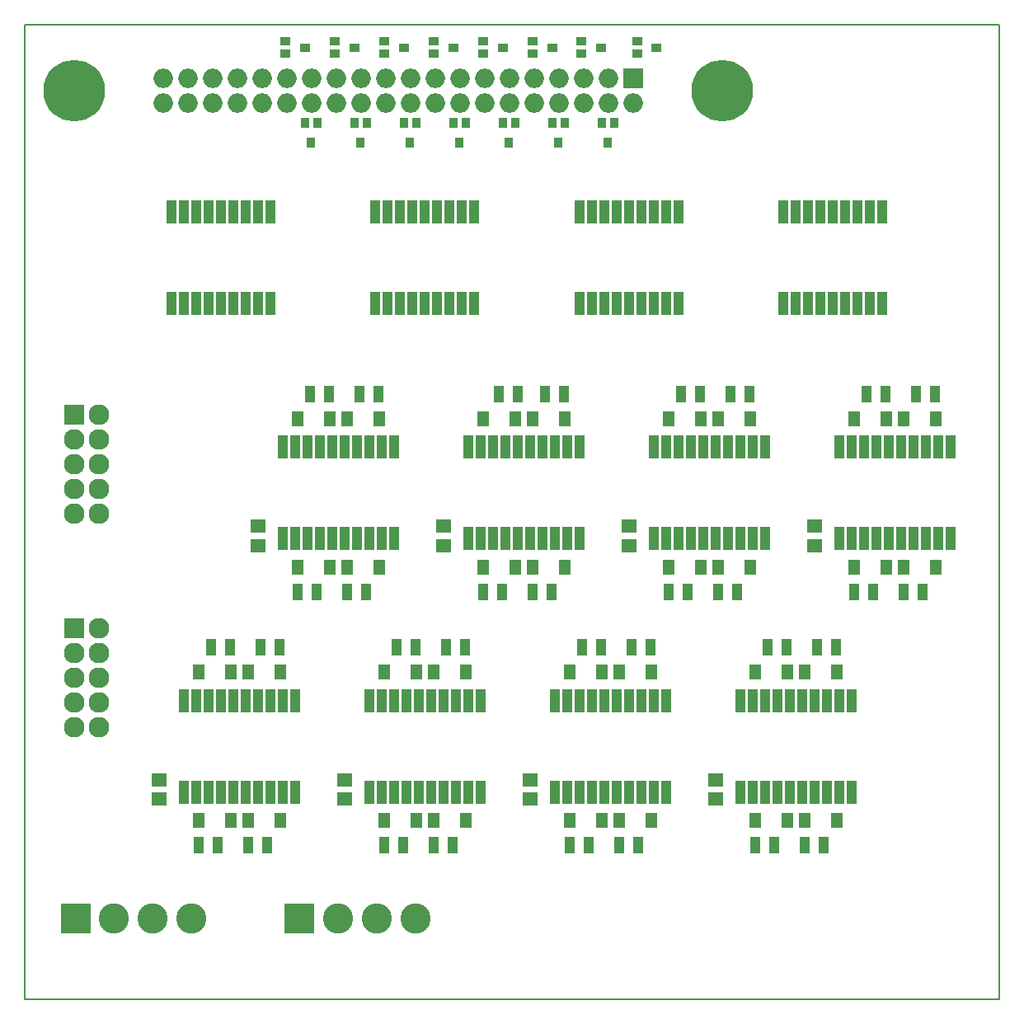
<source format=gbr>
%TF.GenerationSoftware,KiCad,Pcbnew,4.0.7*%
%TF.CreationDate,2018-06-26T23:45:36-04:00*%
%TF.ProjectId,column_driver,636F6C756D6E5F6472697665722E6B69,rev?*%
%TF.FileFunction,Soldermask,Top*%
%FSLAX46Y46*%
G04 Gerber Fmt 4.6, Leading zero omitted, Abs format (unit mm)*
G04 Created by KiCad (PCBNEW 4.0.7) date Tuesday, June 26, 2018 'PMt' 11:45:36 PM*
%MOMM*%
%LPD*%
G01*
G04 APERTURE LIST*
%ADD10C,0.100000*%
%ADD11C,0.150000*%
%ADD12R,1.650000X1.400000*%
%ADD13R,3.100000X3.100000*%
%ADD14C,3.100000*%
%ADD15R,2.127200X2.127200*%
%ADD16O,2.127200X2.127200*%
%ADD17R,1.000000X2.350000*%
%ADD18R,1.000000X2.400000*%
%ADD19R,1.300000X1.600000*%
%ADD20R,1.100000X0.850000*%
%ADD21R,0.850000X1.100000*%
%ADD22R,1.100000X1.700000*%
%ADD23R,2.000000X2.000000*%
%ADD24O,2.000000X2.000000*%
%ADD25C,6.324600*%
G04 APERTURE END LIST*
D10*
D11*
X25000000Y-25000000D02*
X25000000Y-125000000D01*
X25000000Y-125000000D02*
X125000000Y-125000000D01*
X125000000Y-25000000D02*
X125000000Y-125000000D01*
X25000000Y-25000000D02*
X125000000Y-25000000D01*
D12*
X48895000Y-76470000D03*
X48895000Y-78470000D03*
X95885000Y-102505000D03*
X95885000Y-104505000D03*
X76835000Y-102505000D03*
X76835000Y-104505000D03*
D13*
X30180000Y-116713000D03*
D14*
X34140000Y-116713000D03*
X38100000Y-116713000D03*
X42060000Y-116713000D03*
D13*
X53190000Y-116713000D03*
D14*
X57150000Y-116713000D03*
X61110000Y-116713000D03*
X65070000Y-116713000D03*
D15*
X30000000Y-65000000D03*
D16*
X32540000Y-65000000D03*
X30000000Y-67540000D03*
X32540000Y-67540000D03*
X30000000Y-70080000D03*
X32540000Y-70080000D03*
X30000000Y-72620000D03*
X32540000Y-72620000D03*
X30000000Y-75160000D03*
X32540000Y-75160000D03*
D15*
X30022800Y-86969600D03*
D16*
X32562800Y-86969600D03*
X30022800Y-89509600D03*
X32562800Y-89509600D03*
X30022800Y-92049600D03*
X32562800Y-92049600D03*
X30022800Y-94589600D03*
X32562800Y-94589600D03*
X30022800Y-97129600D03*
X32562800Y-97129600D03*
D17*
X41275000Y-103760000D03*
X42545000Y-103760000D03*
X43815000Y-103760000D03*
X45085000Y-103760000D03*
X46355000Y-103760000D03*
X47625000Y-103760000D03*
X48895000Y-103760000D03*
X50165000Y-103760000D03*
X51435000Y-103760000D03*
X52705000Y-103760000D03*
X52705000Y-94360000D03*
X51435000Y-94360000D03*
X50165000Y-94360000D03*
X48895000Y-94360000D03*
X47625000Y-94360000D03*
X46355000Y-94360000D03*
X45085000Y-94360000D03*
X43815000Y-94360000D03*
X42545000Y-94360000D03*
X41275000Y-94360000D03*
X51435000Y-77725000D03*
X52705000Y-77725000D03*
X53975000Y-77725000D03*
X55245000Y-77725000D03*
X56515000Y-77725000D03*
X57785000Y-77725000D03*
X59055000Y-77725000D03*
X60325000Y-77725000D03*
X61595000Y-77725000D03*
X62865000Y-77725000D03*
X62865000Y-68325000D03*
X61595000Y-68325000D03*
X60325000Y-68325000D03*
X59055000Y-68325000D03*
X57785000Y-68325000D03*
X56515000Y-68325000D03*
X55245000Y-68325000D03*
X53975000Y-68325000D03*
X52705000Y-68325000D03*
X51435000Y-68325000D03*
D18*
X40005000Y-53595000D03*
X41275000Y-53595000D03*
X42545000Y-53595000D03*
X43815000Y-53595000D03*
X45085000Y-53595000D03*
X46355000Y-53595000D03*
X47625000Y-53595000D03*
X48895000Y-53595000D03*
X50165000Y-53595000D03*
X50165000Y-44195000D03*
X48895000Y-44195000D03*
X47625000Y-44195000D03*
X46355000Y-44195000D03*
X45085000Y-44195000D03*
X43815000Y-44195000D03*
X42545000Y-44195000D03*
X41275000Y-44195000D03*
X40005000Y-44195000D03*
D17*
X60325000Y-103760000D03*
X61595000Y-103760000D03*
X62865000Y-103760000D03*
X64135000Y-103760000D03*
X65405000Y-103760000D03*
X66675000Y-103760000D03*
X67945000Y-103760000D03*
X69215000Y-103760000D03*
X70485000Y-103760000D03*
X71755000Y-103760000D03*
X71755000Y-94360000D03*
X70485000Y-94360000D03*
X69215000Y-94360000D03*
X67945000Y-94360000D03*
X66675000Y-94360000D03*
X65405000Y-94360000D03*
X64135000Y-94360000D03*
X62865000Y-94360000D03*
X61595000Y-94360000D03*
X60325000Y-94360000D03*
X70485000Y-77725000D03*
X71755000Y-77725000D03*
X73025000Y-77725000D03*
X74295000Y-77725000D03*
X75565000Y-77725000D03*
X76835000Y-77725000D03*
X78105000Y-77725000D03*
X79375000Y-77725000D03*
X80645000Y-77725000D03*
X81915000Y-77725000D03*
X81915000Y-68325000D03*
X80645000Y-68325000D03*
X79375000Y-68325000D03*
X78105000Y-68325000D03*
X76835000Y-68325000D03*
X75565000Y-68325000D03*
X74295000Y-68325000D03*
X73025000Y-68325000D03*
X71755000Y-68325000D03*
X70485000Y-68325000D03*
D18*
X60960000Y-53595000D03*
X62230000Y-53595000D03*
X63500000Y-53595000D03*
X64770000Y-53595000D03*
X66040000Y-53595000D03*
X67310000Y-53595000D03*
X68580000Y-53595000D03*
X69850000Y-53595000D03*
X71120000Y-53595000D03*
X71120000Y-44195000D03*
X69850000Y-44195000D03*
X68580000Y-44195000D03*
X67310000Y-44195000D03*
X66040000Y-44195000D03*
X64770000Y-44195000D03*
X63500000Y-44195000D03*
X62230000Y-44195000D03*
X60960000Y-44195000D03*
D17*
X79375000Y-103760000D03*
X80645000Y-103760000D03*
X81915000Y-103760000D03*
X83185000Y-103760000D03*
X84455000Y-103760000D03*
X85725000Y-103760000D03*
X86995000Y-103760000D03*
X88265000Y-103760000D03*
X89535000Y-103760000D03*
X90805000Y-103760000D03*
X90805000Y-94360000D03*
X89535000Y-94360000D03*
X88265000Y-94360000D03*
X86995000Y-94360000D03*
X85725000Y-94360000D03*
X84455000Y-94360000D03*
X83185000Y-94360000D03*
X81915000Y-94360000D03*
X80645000Y-94360000D03*
X79375000Y-94360000D03*
X89535000Y-77725000D03*
X90805000Y-77725000D03*
X92075000Y-77725000D03*
X93345000Y-77725000D03*
X94615000Y-77725000D03*
X95885000Y-77725000D03*
X97155000Y-77725000D03*
X98425000Y-77725000D03*
X99695000Y-77725000D03*
X100965000Y-77725000D03*
X100965000Y-68325000D03*
X99695000Y-68325000D03*
X98425000Y-68325000D03*
X97155000Y-68325000D03*
X95885000Y-68325000D03*
X94615000Y-68325000D03*
X93345000Y-68325000D03*
X92075000Y-68325000D03*
X90805000Y-68325000D03*
X89535000Y-68325000D03*
D18*
X81915000Y-53595000D03*
X83185000Y-53595000D03*
X84455000Y-53595000D03*
X85725000Y-53595000D03*
X86995000Y-53595000D03*
X88265000Y-53595000D03*
X89535000Y-53595000D03*
X90805000Y-53595000D03*
X92075000Y-53595000D03*
X92075000Y-44195000D03*
X90805000Y-44195000D03*
X89535000Y-44195000D03*
X88265000Y-44195000D03*
X86995000Y-44195000D03*
X85725000Y-44195000D03*
X84455000Y-44195000D03*
X83185000Y-44195000D03*
X81915000Y-44195000D03*
D17*
X98425000Y-103760000D03*
X99695000Y-103760000D03*
X100965000Y-103760000D03*
X102235000Y-103760000D03*
X103505000Y-103760000D03*
X104775000Y-103760000D03*
X106045000Y-103760000D03*
X107315000Y-103760000D03*
X108585000Y-103760000D03*
X109855000Y-103760000D03*
X109855000Y-94360000D03*
X108585000Y-94360000D03*
X107315000Y-94360000D03*
X106045000Y-94360000D03*
X104775000Y-94360000D03*
X103505000Y-94360000D03*
X102235000Y-94360000D03*
X100965000Y-94360000D03*
X99695000Y-94360000D03*
X98425000Y-94360000D03*
X108585000Y-77725000D03*
X109855000Y-77725000D03*
X111125000Y-77725000D03*
X112395000Y-77725000D03*
X113665000Y-77725000D03*
X114935000Y-77725000D03*
X116205000Y-77725000D03*
X117475000Y-77725000D03*
X118745000Y-77725000D03*
X120015000Y-77725000D03*
X120015000Y-68325000D03*
X118745000Y-68325000D03*
X117475000Y-68325000D03*
X116205000Y-68325000D03*
X114935000Y-68325000D03*
X113665000Y-68325000D03*
X112395000Y-68325000D03*
X111125000Y-68325000D03*
X109855000Y-68325000D03*
X108585000Y-68325000D03*
D18*
X102870000Y-53595000D03*
X104140000Y-53595000D03*
X105410000Y-53595000D03*
X106680000Y-53595000D03*
X107950000Y-53595000D03*
X109220000Y-53595000D03*
X110490000Y-53595000D03*
X111760000Y-53595000D03*
X113030000Y-53595000D03*
X113030000Y-44195000D03*
X111760000Y-44195000D03*
X110490000Y-44195000D03*
X109220000Y-44195000D03*
X107950000Y-44195000D03*
X106680000Y-44195000D03*
X105410000Y-44195000D03*
X104140000Y-44195000D03*
X102870000Y-44195000D03*
D19*
X110110000Y-65405000D03*
X113410000Y-65405000D03*
X115190000Y-65405000D03*
X118490000Y-65405000D03*
X118490000Y-80645000D03*
X115190000Y-80645000D03*
X113410000Y-80645000D03*
X110110000Y-80645000D03*
X99950000Y-91440000D03*
X103250000Y-91440000D03*
X105030000Y-91440000D03*
X108330000Y-91440000D03*
X108330000Y-106680000D03*
X105030000Y-106680000D03*
X103250000Y-106680000D03*
X99950000Y-106680000D03*
X91060000Y-65405000D03*
X94360000Y-65405000D03*
X96140000Y-65405000D03*
X99440000Y-65405000D03*
X99440000Y-80645000D03*
X96140000Y-80645000D03*
X94360000Y-80645000D03*
X91060000Y-80645000D03*
X80900000Y-91440000D03*
X84200000Y-91440000D03*
X85980000Y-91440000D03*
X89280000Y-91440000D03*
X89280000Y-106680000D03*
X85980000Y-106680000D03*
X84200000Y-106680000D03*
X80900000Y-106680000D03*
X72010000Y-65405000D03*
X75310000Y-65405000D03*
X77090000Y-65405000D03*
X80390000Y-65405000D03*
X80390000Y-80645000D03*
X77090000Y-80645000D03*
X75310000Y-80645000D03*
X72010000Y-80645000D03*
X61850000Y-91440000D03*
X65150000Y-91440000D03*
X66930000Y-91440000D03*
X70230000Y-91440000D03*
X70230000Y-106680000D03*
X66930000Y-106680000D03*
X65150000Y-106680000D03*
X61850000Y-106680000D03*
X52960000Y-65405000D03*
X56260000Y-65405000D03*
X56260000Y-80645000D03*
X52960000Y-80645000D03*
X42800000Y-91440000D03*
X46100000Y-91440000D03*
X47880000Y-91440000D03*
X51180000Y-91440000D03*
X51180000Y-106680000D03*
X47880000Y-106680000D03*
X46100000Y-106680000D03*
X42800000Y-106680000D03*
D12*
X38735000Y-102505000D03*
X38735000Y-104505000D03*
X57785000Y-102505000D03*
X57785000Y-104505000D03*
X67945000Y-76470000D03*
X67945000Y-78470000D03*
X86995000Y-76470000D03*
X86995000Y-78470000D03*
X106045000Y-76470000D03*
X106045000Y-78470000D03*
D20*
X51705000Y-26655000D03*
X51705000Y-27955000D03*
X53705000Y-27305000D03*
D21*
X55006000Y-35068000D03*
X53706000Y-35068000D03*
X54356000Y-37068000D03*
D20*
X56785000Y-26655000D03*
X56785000Y-27955000D03*
X58785000Y-27305000D03*
D21*
X60086000Y-35068000D03*
X58786000Y-35068000D03*
X59436000Y-37068000D03*
D20*
X61865000Y-26655000D03*
X61865000Y-27955000D03*
X63865000Y-27305000D03*
D21*
X65166000Y-35068000D03*
X63866000Y-35068000D03*
X64516000Y-37068000D03*
D20*
X66945000Y-26655000D03*
X66945000Y-27955000D03*
X68945000Y-27305000D03*
D21*
X70246000Y-35068000D03*
X68946000Y-35068000D03*
X69596000Y-37068000D03*
D20*
X72025000Y-26655000D03*
X72025000Y-27955000D03*
X74025000Y-27305000D03*
D21*
X75326000Y-35068000D03*
X74026000Y-35068000D03*
X74676000Y-37068000D03*
D20*
X77105000Y-26655000D03*
X77105000Y-27955000D03*
X79105000Y-27305000D03*
D21*
X80406000Y-35068000D03*
X79106000Y-35068000D03*
X79756000Y-37068000D03*
D20*
X82125000Y-26655000D03*
X82125000Y-27955000D03*
X84125000Y-27305000D03*
D21*
X85486000Y-35068000D03*
X84186000Y-35068000D03*
X84836000Y-37068000D03*
D20*
X87840000Y-26655000D03*
X87840000Y-27955000D03*
X89840000Y-27305000D03*
D22*
X44135000Y-88900000D03*
X46035000Y-88900000D03*
X49215000Y-88900000D03*
X51115000Y-88900000D03*
X49845000Y-109220000D03*
X47945000Y-109220000D03*
X44765000Y-109220000D03*
X42865000Y-109220000D03*
X53025000Y-83185000D03*
X54925000Y-83185000D03*
X58105000Y-83185000D03*
X60005000Y-83185000D03*
X61275000Y-62865000D03*
X59375000Y-62865000D03*
X56195000Y-62865000D03*
X54295000Y-62865000D03*
X63185000Y-88900000D03*
X65085000Y-88900000D03*
X68265000Y-88900000D03*
X70165000Y-88900000D03*
X68895000Y-109220000D03*
X66995000Y-109220000D03*
X63815000Y-109220000D03*
X61915000Y-109220000D03*
X72075000Y-83185000D03*
X73975000Y-83185000D03*
X79055000Y-83185000D03*
X77155000Y-83185000D03*
X80325000Y-62865000D03*
X78425000Y-62865000D03*
X75560000Y-62865000D03*
X73660000Y-62865000D03*
X82235000Y-88900000D03*
X84135000Y-88900000D03*
X87315000Y-88900000D03*
X89215000Y-88900000D03*
X87945000Y-109220000D03*
X86045000Y-109220000D03*
X82865000Y-109220000D03*
X80965000Y-109220000D03*
X91125000Y-83185000D03*
X93025000Y-83185000D03*
X96205000Y-83185000D03*
X98105000Y-83185000D03*
X99375000Y-62865000D03*
X97475000Y-62865000D03*
X94295000Y-62865000D03*
X92395000Y-62865000D03*
X101285000Y-88900000D03*
X103185000Y-88900000D03*
X106365000Y-88900000D03*
X108265000Y-88900000D03*
X106995000Y-109220000D03*
X105095000Y-109220000D03*
X101915000Y-109220000D03*
X100015000Y-109220000D03*
X110175000Y-83185000D03*
X112075000Y-83185000D03*
X117155000Y-83185000D03*
X115255000Y-83185000D03*
X118425000Y-62865000D03*
X116525000Y-62865000D03*
X113345000Y-62865000D03*
X111445000Y-62865000D03*
D19*
X58040000Y-65405000D03*
X61340000Y-65405000D03*
X61340000Y-80645000D03*
X58040000Y-80645000D03*
D23*
X87404000Y-30480000D03*
D24*
X87404000Y-33020000D03*
X84864000Y-30480000D03*
X84864000Y-33020000D03*
X82324000Y-30480000D03*
X82324000Y-33020000D03*
X79784000Y-30480000D03*
X79784000Y-33020000D03*
X77244000Y-30480000D03*
X77244000Y-33020000D03*
X74704000Y-30480000D03*
X74704000Y-33020000D03*
X72164000Y-30480000D03*
X72164000Y-33020000D03*
X69624000Y-30480000D03*
X69624000Y-33020000D03*
X67084000Y-30480000D03*
X67084000Y-33020000D03*
X64544000Y-30480000D03*
X64544000Y-33020000D03*
X62004000Y-30480000D03*
X62004000Y-33020000D03*
X59464000Y-30480000D03*
X59464000Y-33020000D03*
X56924000Y-30480000D03*
X56924000Y-33020000D03*
X54384000Y-30480000D03*
X54384000Y-33020000D03*
X51844000Y-30480000D03*
X51844000Y-33020000D03*
X49304000Y-30480000D03*
X49304000Y-33020000D03*
X46764000Y-30480000D03*
X46764000Y-33020000D03*
X44224000Y-30480000D03*
X44224000Y-33020000D03*
X41684000Y-30480000D03*
X41684000Y-33020000D03*
X39144000Y-30480000D03*
X39144000Y-33020000D03*
D25*
X96548000Y-31750000D03*
X30000000Y-31750000D03*
M02*

</source>
